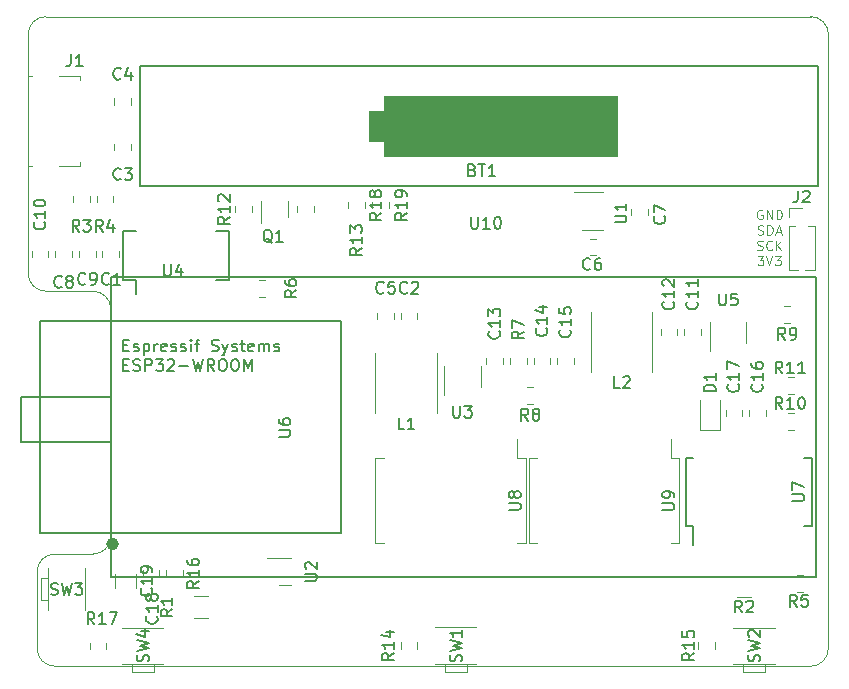
<source format=gbr>
%TF.GenerationSoftware,KiCad,Pcbnew,(5.1.0-0)*%
%TF.CreationDate,2019-05-07T01:35:09+02:00*%
%TF.ProjectId,VFD_Watch,5646445f-5761-4746-9368-2e6b69636164,rev?*%
%TF.SameCoordinates,Original*%
%TF.FileFunction,Legend,Top*%
%TF.FilePolarity,Positive*%
%FSLAX46Y46*%
G04 Gerber Fmt 4.6, Leading zero omitted, Abs format (unit mm)*
G04 Created by KiCad (PCBNEW (5.1.0-0)) date 2019-05-07 01:35:09*
%MOMM*%
%LPD*%
G04 APERTURE LIST*
%ADD10C,0.100000*%
%ADD11C,0.050000*%
%ADD12C,0.120000*%
%ADD13C,0.150000*%
%ADD14C,0.500000*%
G04 APERTURE END LIST*
D10*
X148890476Y-89400000D02*
X148814285Y-89361904D01*
X148700000Y-89361904D01*
X148585714Y-89400000D01*
X148509523Y-89476190D01*
X148471428Y-89552380D01*
X148433333Y-89704761D01*
X148433333Y-89819047D01*
X148471428Y-89971428D01*
X148509523Y-90047619D01*
X148585714Y-90123809D01*
X148700000Y-90161904D01*
X148776190Y-90161904D01*
X148890476Y-90123809D01*
X148928571Y-90085714D01*
X148928571Y-89819047D01*
X148776190Y-89819047D01*
X149271428Y-90161904D02*
X149271428Y-89361904D01*
X149728571Y-90161904D01*
X149728571Y-89361904D01*
X150109523Y-90161904D02*
X150109523Y-89361904D01*
X150300000Y-89361904D01*
X150414285Y-89400000D01*
X150490476Y-89476190D01*
X150528571Y-89552380D01*
X150566666Y-89704761D01*
X150566666Y-89819047D01*
X150528571Y-89971428D01*
X150490476Y-90047619D01*
X150414285Y-90123809D01*
X150300000Y-90161904D01*
X150109523Y-90161904D01*
X148528571Y-91423809D02*
X148642857Y-91461904D01*
X148833333Y-91461904D01*
X148909523Y-91423809D01*
X148947619Y-91385714D01*
X148985714Y-91309523D01*
X148985714Y-91233333D01*
X148947619Y-91157142D01*
X148909523Y-91119047D01*
X148833333Y-91080952D01*
X148680952Y-91042857D01*
X148604761Y-91004761D01*
X148566666Y-90966666D01*
X148528571Y-90890476D01*
X148528571Y-90814285D01*
X148566666Y-90738095D01*
X148604761Y-90700000D01*
X148680952Y-90661904D01*
X148871428Y-90661904D01*
X148985714Y-90700000D01*
X149328571Y-91461904D02*
X149328571Y-90661904D01*
X149519047Y-90661904D01*
X149633333Y-90700000D01*
X149709523Y-90776190D01*
X149747619Y-90852380D01*
X149785714Y-91004761D01*
X149785714Y-91119047D01*
X149747619Y-91271428D01*
X149709523Y-91347619D01*
X149633333Y-91423809D01*
X149519047Y-91461904D01*
X149328571Y-91461904D01*
X150090476Y-91233333D02*
X150471428Y-91233333D01*
X150014285Y-91461904D02*
X150280952Y-90661904D01*
X150547619Y-91461904D01*
X148471428Y-92723809D02*
X148585714Y-92761904D01*
X148776190Y-92761904D01*
X148852380Y-92723809D01*
X148890476Y-92685714D01*
X148928571Y-92609523D01*
X148928571Y-92533333D01*
X148890476Y-92457142D01*
X148852380Y-92419047D01*
X148776190Y-92380952D01*
X148623809Y-92342857D01*
X148547619Y-92304761D01*
X148509523Y-92266666D01*
X148471428Y-92190476D01*
X148471428Y-92114285D01*
X148509523Y-92038095D01*
X148547619Y-92000000D01*
X148623809Y-91961904D01*
X148814285Y-91961904D01*
X148928571Y-92000000D01*
X149728571Y-92685714D02*
X149690476Y-92723809D01*
X149576190Y-92761904D01*
X149500000Y-92761904D01*
X149385714Y-92723809D01*
X149309523Y-92647619D01*
X149271428Y-92571428D01*
X149233333Y-92419047D01*
X149233333Y-92304761D01*
X149271428Y-92152380D01*
X149309523Y-92076190D01*
X149385714Y-92000000D01*
X149500000Y-91961904D01*
X149576190Y-91961904D01*
X149690476Y-92000000D01*
X149728571Y-92038095D01*
X150071428Y-92761904D02*
X150071428Y-91961904D01*
X150528571Y-92761904D02*
X150185714Y-92304761D01*
X150528571Y-91961904D02*
X150071428Y-92419047D01*
X148509523Y-93261904D02*
X149004761Y-93261904D01*
X148738095Y-93566666D01*
X148852380Y-93566666D01*
X148928571Y-93604761D01*
X148966666Y-93642857D01*
X149004761Y-93719047D01*
X149004761Y-93909523D01*
X148966666Y-93985714D01*
X148928571Y-94023809D01*
X148852380Y-94061904D01*
X148623809Y-94061904D01*
X148547619Y-94023809D01*
X148509523Y-93985714D01*
X149233333Y-93261904D02*
X149500000Y-94061904D01*
X149766666Y-93261904D01*
X149957142Y-93261904D02*
X150452380Y-93261904D01*
X150185714Y-93566666D01*
X150300000Y-93566666D01*
X150376190Y-93604761D01*
X150414285Y-93642857D01*
X150452380Y-93719047D01*
X150452380Y-93909523D01*
X150414285Y-93985714D01*
X150376190Y-94023809D01*
X150300000Y-94061904D01*
X150071428Y-94061904D01*
X149995238Y-94023809D01*
X149957142Y-93985714D01*
D11*
X93750000Y-117000000D02*
G75*
G02X92250000Y-118500000I-1500000J0D01*
G01*
X92250000Y-96250000D02*
G75*
G02X93750000Y-97750000I0J-1500000D01*
G01*
X88250000Y-96250000D02*
G75*
G02X86750000Y-94750000I0J1500000D01*
G01*
X87500000Y-120000000D02*
G75*
G02X89000000Y-118500000I1500000J0D01*
G01*
X89000000Y-128000000D02*
G75*
G02X87500000Y-126500000I0J1500000D01*
G01*
X154500000Y-126500000D02*
G75*
G02X153000000Y-128000000I-1500000J0D01*
G01*
X153000000Y-73000000D02*
G75*
G02X154500000Y-74500000I0J-1500000D01*
G01*
X86750000Y-74500000D02*
G75*
G02X88250000Y-73000000I1500000J0D01*
G01*
X87500000Y-120000000D02*
X87500000Y-126500000D01*
X92250000Y-118500000D02*
X89000000Y-118500000D01*
X93750000Y-97750000D02*
X93750000Y-117000000D01*
X88250000Y-96250000D02*
X92250000Y-96250000D01*
X86750000Y-76750000D02*
X86750000Y-94750000D01*
X86750000Y-74500000D02*
X86750000Y-76750000D01*
X153000000Y-73000000D02*
X88250000Y-73000000D01*
X154500000Y-74500000D02*
X154500000Y-126500000D01*
X89000000Y-128000000D02*
X153000000Y-128000000D01*
D12*
X117296000Y-89237078D02*
X117296000Y-88719922D01*
X115876000Y-89237078D02*
X115876000Y-88719922D01*
X113844000Y-88719922D02*
X113844000Y-89237078D01*
X115264000Y-88719922D02*
X115264000Y-89237078D01*
X94086000Y-120171936D02*
X94086000Y-121376064D01*
X95906000Y-120171936D02*
X95906000Y-121376064D01*
D13*
X86150000Y-109020000D02*
X93770000Y-109020000D01*
X86150000Y-105210000D02*
X86150000Y-109020000D01*
X93770000Y-105210000D02*
X86150000Y-105210000D01*
X93770000Y-120450000D02*
X93770000Y-95050000D01*
X153460000Y-120450000D02*
X93770000Y-120450000D01*
X153460000Y-95050000D02*
X153460000Y-120450000D01*
X93770000Y-95050000D02*
X153460000Y-95050000D01*
D14*
X94179981Y-117656000D02*
G75*
G03X94179981Y-117656000I-283981J0D01*
G01*
D13*
X93750000Y-98750000D02*
X93750000Y-116750000D01*
X87750000Y-116750000D02*
X113250000Y-116750000D01*
X87750000Y-98750000D02*
X113250000Y-98750000D01*
X113250000Y-98750000D02*
X113250000Y-116750000D01*
X87750000Y-98750000D02*
X87750000Y-116750000D01*
D12*
X116140000Y-117610000D02*
X116860000Y-117610000D01*
X116140000Y-110390000D02*
X116140000Y-117610000D01*
X116860000Y-110390000D02*
X116140000Y-110390000D01*
X128860000Y-117610000D02*
X128140000Y-117610000D01*
X128860000Y-110390000D02*
X128860000Y-117610000D01*
X128140000Y-110390000D02*
X128860000Y-110390000D01*
X128140000Y-108775000D02*
X128140000Y-110390000D01*
D13*
X95885000Y-95325000D02*
X94775000Y-95325000D01*
X94775000Y-91175000D02*
X95885000Y-91175000D01*
X103725000Y-91175000D02*
X102615000Y-91175000D01*
X103725000Y-95325000D02*
X102615000Y-95325000D01*
X94775000Y-95325000D02*
X94775000Y-91175000D01*
X103725000Y-95325000D02*
X103725000Y-91175000D01*
X95885000Y-95325000D02*
X95885000Y-96450000D01*
D12*
X151140000Y-89220000D02*
X152250000Y-89220000D01*
X151140000Y-89980000D02*
X151140000Y-89220000D01*
X152813471Y-90740000D02*
X153360000Y-90740000D01*
X151140000Y-90740000D02*
X151686529Y-90740000D01*
X153360000Y-90740000D02*
X153360000Y-94485000D01*
X151140000Y-90740000D02*
X151140000Y-94485000D01*
X152557530Y-94485000D02*
X153360000Y-94485000D01*
X151140000Y-94485000D02*
X151942470Y-94485000D01*
X129140000Y-117610000D02*
X129860000Y-117610000D01*
X129140000Y-110390000D02*
X129140000Y-117610000D01*
X129860000Y-110390000D02*
X129140000Y-110390000D01*
X141860000Y-117610000D02*
X141140000Y-117610000D01*
X141860000Y-110390000D02*
X141860000Y-117610000D01*
X141140000Y-110390000D02*
X141860000Y-110390000D01*
X141140000Y-108775000D02*
X141140000Y-110390000D01*
D13*
X143000000Y-116125000D02*
X143000000Y-117725000D01*
X153075000Y-116125000D02*
X153075000Y-110375000D01*
X142425000Y-116125000D02*
X142425000Y-110375000D01*
X153075000Y-116125000D02*
X152425000Y-116125000D01*
X153075000Y-110375000D02*
X152425000Y-110375000D01*
X142425000Y-110375000D02*
X143075000Y-110375000D01*
X142425000Y-116125000D02*
X143000000Y-116125000D01*
D12*
X151803922Y-121710000D02*
X152321078Y-121710000D01*
X151803922Y-120290000D02*
X152321078Y-120290000D01*
X135400000Y-87890000D02*
X132950000Y-87890000D01*
X133600000Y-91110000D02*
X135400000Y-91110000D01*
X139600000Y-103100000D02*
X139600000Y-98000000D01*
X134400000Y-103100000D02*
X134400000Y-98000000D01*
X121350000Y-106600000D02*
X121350000Y-101500000D01*
X116150000Y-106600000D02*
X116150000Y-101500000D01*
D10*
G36*
X136565000Y-84790000D02*
G01*
X136565000Y-79710000D01*
X116880000Y-79710000D01*
X116880000Y-84790000D01*
X136565000Y-84790000D01*
G37*
X136565000Y-84790000D02*
X136565000Y-79710000D01*
X116880000Y-79710000D01*
X116880000Y-84790000D01*
X136565000Y-84790000D01*
G36*
X116880000Y-83520000D02*
G01*
X115610000Y-83520000D01*
X115610000Y-80980000D01*
X116880000Y-80980000D01*
X116880000Y-83520000D01*
G37*
X116880000Y-83520000D02*
X115610000Y-83520000D01*
X115610000Y-80980000D01*
X116880000Y-80980000D01*
X116880000Y-83520000D01*
D13*
X153583000Y-77170000D02*
X96179000Y-77170000D01*
X96179000Y-77170000D02*
X96179000Y-87330000D01*
X96179000Y-87330000D02*
X153583000Y-87330000D01*
X153583000Y-87330000D02*
X153583000Y-77170000D01*
D12*
X94460000Y-92803922D02*
X94460000Y-93321078D01*
X93040000Y-92803922D02*
X93040000Y-93321078D01*
X119710000Y-98571078D02*
X119710000Y-98053922D01*
X118290000Y-98571078D02*
X118290000Y-98053922D01*
X95460000Y-83803922D02*
X95460000Y-84321078D01*
X94040000Y-83803922D02*
X94040000Y-84321078D01*
X95460000Y-80446078D02*
X95460000Y-79928922D01*
X94040000Y-80446078D02*
X94040000Y-79928922D01*
X116290000Y-98571078D02*
X116290000Y-98053922D01*
X117710000Y-98571078D02*
X117710000Y-98053922D01*
X134303922Y-91790000D02*
X134821078Y-91790000D01*
X134303922Y-93210000D02*
X134821078Y-93210000D01*
X89040000Y-92803922D02*
X89040000Y-93321078D01*
X90460000Y-92803922D02*
X90460000Y-93321078D01*
X92460000Y-92803922D02*
X92460000Y-93321078D01*
X91040000Y-92803922D02*
X91040000Y-93321078D01*
X88460000Y-92803922D02*
X88460000Y-93321078D01*
X87040000Y-92803922D02*
X87040000Y-93321078D01*
X142290000Y-99428922D02*
X142290000Y-99946078D01*
X143710000Y-99428922D02*
X143710000Y-99946078D01*
X141710000Y-99428922D02*
X141710000Y-99946078D01*
X140290000Y-99428922D02*
X140290000Y-99946078D01*
X125540000Y-101928922D02*
X125540000Y-102446078D01*
X126960000Y-101928922D02*
X126960000Y-102446078D01*
X129540000Y-101928922D02*
X129540000Y-102446078D01*
X130960000Y-101928922D02*
X130960000Y-102446078D01*
X131540000Y-101928922D02*
X131540000Y-102446078D01*
X132960000Y-101928922D02*
X132960000Y-102446078D01*
X147790000Y-106821078D02*
X147790000Y-106303922D01*
X149210000Y-106821078D02*
X149210000Y-106303922D01*
X147210000Y-106821078D02*
X147210000Y-106303922D01*
X145790000Y-106821078D02*
X145790000Y-106303922D01*
X96434871Y-119885004D02*
X96434871Y-120402160D01*
X97854871Y-119885004D02*
X97854871Y-120402160D01*
X143650000Y-108000000D02*
X145350000Y-108000000D01*
X145350000Y-108000000D02*
X145350000Y-105450000D01*
X143650000Y-108000000D02*
X143650000Y-105450000D01*
X91160000Y-85650000D02*
X91160000Y-85270000D01*
X87110000Y-85650000D02*
X86850000Y-85650000D01*
X91160000Y-85650000D02*
X89390000Y-85650000D01*
X91160000Y-78030000D02*
X91160000Y-78410000D01*
X89390000Y-78030000D02*
X91160000Y-78030000D01*
X86850000Y-78030000D02*
X87110000Y-78030000D01*
X106440000Y-88600000D02*
X106440000Y-90500000D01*
X108760000Y-90000000D02*
X108760000Y-88600000D01*
X102002064Y-122090000D02*
X100797936Y-122090000D01*
X102002064Y-123910000D02*
X100797936Y-123910000D01*
X146747936Y-120340000D02*
X147952064Y-120340000D01*
X146747936Y-122160000D02*
X147952064Y-122160000D01*
X90540000Y-88696078D02*
X90540000Y-88178922D01*
X91960000Y-88696078D02*
X91960000Y-88178922D01*
X93960000Y-88696078D02*
X93960000Y-88178922D01*
X92540000Y-88696078D02*
X92540000Y-88178922D01*
X106303922Y-96710000D02*
X106821078Y-96710000D01*
X106303922Y-95290000D02*
X106821078Y-95290000D01*
X127540000Y-101928922D02*
X127540000Y-102446078D01*
X128960000Y-101928922D02*
X128960000Y-102446078D01*
X128991422Y-104352500D02*
X129508578Y-104352500D01*
X128991422Y-105772500D02*
X129508578Y-105772500D01*
X151258578Y-97540000D02*
X150741422Y-97540000D01*
X151258578Y-98960000D02*
X150741422Y-98960000D01*
X151053922Y-106540000D02*
X151571078Y-106540000D01*
X151053922Y-107960000D02*
X151571078Y-107960000D01*
X151571078Y-103540000D02*
X151053922Y-103540000D01*
X151571078Y-104960000D02*
X151053922Y-104960000D01*
X105710000Y-89571078D02*
X105710000Y-89053922D01*
X104290000Y-89571078D02*
X104290000Y-89053922D01*
X109540000Y-89571078D02*
X109540000Y-89053922D01*
X110960000Y-89571078D02*
X110960000Y-89053922D01*
X119710000Y-125991422D02*
X119710000Y-126508578D01*
X118290000Y-125991422D02*
X118290000Y-126508578D01*
X143477500Y-125991422D02*
X143477500Y-126508578D01*
X144897500Y-125991422D02*
X144897500Y-126508578D01*
X99819675Y-119885004D02*
X99819675Y-120402160D01*
X98399675Y-119885004D02*
X98399675Y-120402160D01*
X91944112Y-125995074D02*
X91944112Y-126512230D01*
X93364112Y-125995074D02*
X93364112Y-126512230D01*
X123900000Y-127800000D02*
X123900000Y-128450000D01*
X123900000Y-128450000D02*
X122000000Y-128450000D01*
X122000000Y-128450000D02*
X122000000Y-127800000D01*
X121200000Y-124700000D02*
X124700000Y-124700000D01*
X124700000Y-127800000D02*
X121200000Y-127800000D01*
X149950000Y-127830000D02*
X146450000Y-127830000D01*
X146450000Y-124730000D02*
X149950000Y-124730000D01*
X147250000Y-128480000D02*
X147250000Y-127830000D01*
X149150000Y-128480000D02*
X147250000Y-128480000D01*
X149150000Y-127830000D02*
X149150000Y-128480000D01*
X88450000Y-122400000D02*
X87800000Y-122400000D01*
X87800000Y-122400000D02*
X87800000Y-120500000D01*
X87800000Y-120500000D02*
X88450000Y-120500000D01*
X91550000Y-119700000D02*
X91550000Y-123200000D01*
X88450000Y-123200000D02*
X88450000Y-119700000D01*
X98200000Y-127830000D02*
X94700000Y-127830000D01*
X94700000Y-124730000D02*
X98200000Y-124730000D01*
X95500000Y-128480000D02*
X95500000Y-127830000D01*
X97400000Y-128480000D02*
X95500000Y-128480000D01*
X97400000Y-127830000D02*
X97400000Y-128480000D01*
X109000000Y-121120000D02*
X108000000Y-121120000D01*
X107000000Y-118880000D02*
X109000000Y-118880000D01*
X125060000Y-104380000D02*
X125060000Y-102620000D01*
X121990000Y-102620000D02*
X121990000Y-105050000D01*
X147560000Y-100630000D02*
X147560000Y-98870000D01*
X144490000Y-98870000D02*
X144490000Y-101300000D01*
X137790000Y-89821078D02*
X137790000Y-89303922D01*
X139210000Y-89821078D02*
X139210000Y-89303922D01*
D13*
X118816380Y-89621357D02*
X118340190Y-89954690D01*
X118816380Y-90192785D02*
X117816380Y-90192785D01*
X117816380Y-89811833D01*
X117864000Y-89716595D01*
X117911619Y-89668976D01*
X118006857Y-89621357D01*
X118149714Y-89621357D01*
X118244952Y-89668976D01*
X118292571Y-89716595D01*
X118340190Y-89811833D01*
X118340190Y-90192785D01*
X118816380Y-88668976D02*
X118816380Y-89240404D01*
X118816380Y-88954690D02*
X117816380Y-88954690D01*
X117959238Y-89049928D01*
X118054476Y-89145166D01*
X118102095Y-89240404D01*
X118816380Y-88192785D02*
X118816380Y-88002309D01*
X118768761Y-87907071D01*
X118721142Y-87859452D01*
X118578285Y-87764214D01*
X118387809Y-87716595D01*
X118006857Y-87716595D01*
X117911619Y-87764214D01*
X117864000Y-87811833D01*
X117816380Y-87907071D01*
X117816380Y-88097547D01*
X117864000Y-88192785D01*
X117911619Y-88240404D01*
X118006857Y-88288023D01*
X118244952Y-88288023D01*
X118340190Y-88240404D01*
X118387809Y-88192785D01*
X118435428Y-88097547D01*
X118435428Y-87907071D01*
X118387809Y-87811833D01*
X118340190Y-87764214D01*
X118244952Y-87716595D01*
X116656380Y-89621357D02*
X116180190Y-89954690D01*
X116656380Y-90192785D02*
X115656380Y-90192785D01*
X115656380Y-89811833D01*
X115704000Y-89716595D01*
X115751619Y-89668976D01*
X115846857Y-89621357D01*
X115989714Y-89621357D01*
X116084952Y-89668976D01*
X116132571Y-89716595D01*
X116180190Y-89811833D01*
X116180190Y-90192785D01*
X116656380Y-88668976D02*
X116656380Y-89240404D01*
X116656380Y-88954690D02*
X115656380Y-88954690D01*
X115799238Y-89049928D01*
X115894476Y-89145166D01*
X115942095Y-89240404D01*
X116084952Y-88097547D02*
X116037333Y-88192785D01*
X115989714Y-88240404D01*
X115894476Y-88288023D01*
X115846857Y-88288023D01*
X115751619Y-88240404D01*
X115704000Y-88192785D01*
X115656380Y-88097547D01*
X115656380Y-87907071D01*
X115704000Y-87811833D01*
X115751619Y-87764214D01*
X115846857Y-87716595D01*
X115894476Y-87716595D01*
X115989714Y-87764214D01*
X116037333Y-87811833D01*
X116084952Y-87907071D01*
X116084952Y-88097547D01*
X116132571Y-88192785D01*
X116180190Y-88240404D01*
X116275428Y-88288023D01*
X116465904Y-88288023D01*
X116561142Y-88240404D01*
X116608761Y-88192785D01*
X116656380Y-88097547D01*
X116656380Y-87907071D01*
X116608761Y-87811833D01*
X116561142Y-87764214D01*
X116465904Y-87716595D01*
X116275428Y-87716595D01*
X116180190Y-87764214D01*
X116132571Y-87811833D01*
X116084952Y-87907071D01*
X97173142Y-121416857D02*
X97220761Y-121464476D01*
X97268380Y-121607333D01*
X97268380Y-121702571D01*
X97220761Y-121845428D01*
X97125523Y-121940666D01*
X97030285Y-121988285D01*
X96839809Y-122035904D01*
X96696952Y-122035904D01*
X96506476Y-121988285D01*
X96411238Y-121940666D01*
X96316000Y-121845428D01*
X96268380Y-121702571D01*
X96268380Y-121607333D01*
X96316000Y-121464476D01*
X96363619Y-121416857D01*
X97268380Y-120464476D02*
X97268380Y-121035904D01*
X97268380Y-120750190D02*
X96268380Y-120750190D01*
X96411238Y-120845428D01*
X96506476Y-120940666D01*
X96554095Y-121035904D01*
X97268380Y-119988285D02*
X97268380Y-119797809D01*
X97220761Y-119702571D01*
X97173142Y-119654952D01*
X97030285Y-119559714D01*
X96839809Y-119512095D01*
X96458857Y-119512095D01*
X96363619Y-119559714D01*
X96316000Y-119607333D01*
X96268380Y-119702571D01*
X96268380Y-119893047D01*
X96316000Y-119988285D01*
X96363619Y-120035904D01*
X96458857Y-120083523D01*
X96696952Y-120083523D01*
X96792190Y-120035904D01*
X96839809Y-119988285D01*
X96887428Y-119893047D01*
X96887428Y-119702571D01*
X96839809Y-119607333D01*
X96792190Y-119559714D01*
X96696952Y-119512095D01*
X124261904Y-89952380D02*
X124261904Y-90761904D01*
X124309523Y-90857142D01*
X124357142Y-90904761D01*
X124452380Y-90952380D01*
X124642857Y-90952380D01*
X124738095Y-90904761D01*
X124785714Y-90857142D01*
X124833333Y-90761904D01*
X124833333Y-89952380D01*
X125833333Y-90952380D02*
X125261904Y-90952380D01*
X125547619Y-90952380D02*
X125547619Y-89952380D01*
X125452380Y-90095238D01*
X125357142Y-90190476D01*
X125261904Y-90238095D01*
X126452380Y-89952380D02*
X126547619Y-89952380D01*
X126642857Y-90000000D01*
X126690476Y-90047619D01*
X126738095Y-90142857D01*
X126785714Y-90333333D01*
X126785714Y-90571428D01*
X126738095Y-90761904D01*
X126690476Y-90857142D01*
X126642857Y-90904761D01*
X126547619Y-90952380D01*
X126452380Y-90952380D01*
X126357142Y-90904761D01*
X126309523Y-90857142D01*
X126261904Y-90761904D01*
X126214285Y-90571428D01*
X126214285Y-90333333D01*
X126261904Y-90142857D01*
X126309523Y-90047619D01*
X126357142Y-90000000D01*
X126452380Y-89952380D01*
X107952380Y-108561904D02*
X108761904Y-108561904D01*
X108857142Y-108514285D01*
X108904761Y-108466666D01*
X108952380Y-108371428D01*
X108952380Y-108180952D01*
X108904761Y-108085714D01*
X108857142Y-108038095D01*
X108761904Y-107990476D01*
X107952380Y-107990476D01*
X107952380Y-107085714D02*
X107952380Y-107276190D01*
X108000000Y-107371428D01*
X108047619Y-107419047D01*
X108190476Y-107514285D01*
X108380952Y-107561904D01*
X108761904Y-107561904D01*
X108857142Y-107514285D01*
X108904761Y-107466666D01*
X108952380Y-107371428D01*
X108952380Y-107180952D01*
X108904761Y-107085714D01*
X108857142Y-107038095D01*
X108761904Y-106990476D01*
X108523809Y-106990476D01*
X108428571Y-107038095D01*
X108380952Y-107085714D01*
X108333333Y-107180952D01*
X108333333Y-107371428D01*
X108380952Y-107466666D01*
X108428571Y-107514285D01*
X108523809Y-107561904D01*
X94817571Y-100820571D02*
X95150904Y-100820571D01*
X95293761Y-101344380D02*
X94817571Y-101344380D01*
X94817571Y-100344380D01*
X95293761Y-100344380D01*
X95674714Y-101296761D02*
X95769952Y-101344380D01*
X95960428Y-101344380D01*
X96055666Y-101296761D01*
X96103285Y-101201523D01*
X96103285Y-101153904D01*
X96055666Y-101058666D01*
X95960428Y-101011047D01*
X95817571Y-101011047D01*
X95722333Y-100963428D01*
X95674714Y-100868190D01*
X95674714Y-100820571D01*
X95722333Y-100725333D01*
X95817571Y-100677714D01*
X95960428Y-100677714D01*
X96055666Y-100725333D01*
X96531857Y-100677714D02*
X96531857Y-101677714D01*
X96531857Y-100725333D02*
X96627095Y-100677714D01*
X96817571Y-100677714D01*
X96912809Y-100725333D01*
X96960428Y-100772952D01*
X97008047Y-100868190D01*
X97008047Y-101153904D01*
X96960428Y-101249142D01*
X96912809Y-101296761D01*
X96817571Y-101344380D01*
X96627095Y-101344380D01*
X96531857Y-101296761D01*
X97436619Y-101344380D02*
X97436619Y-100677714D01*
X97436619Y-100868190D02*
X97484238Y-100772952D01*
X97531857Y-100725333D01*
X97627095Y-100677714D01*
X97722333Y-100677714D01*
X98436619Y-101296761D02*
X98341380Y-101344380D01*
X98150904Y-101344380D01*
X98055666Y-101296761D01*
X98008047Y-101201523D01*
X98008047Y-100820571D01*
X98055666Y-100725333D01*
X98150904Y-100677714D01*
X98341380Y-100677714D01*
X98436619Y-100725333D01*
X98484238Y-100820571D01*
X98484238Y-100915809D01*
X98008047Y-101011047D01*
X98865190Y-101296761D02*
X98960428Y-101344380D01*
X99150904Y-101344380D01*
X99246142Y-101296761D01*
X99293761Y-101201523D01*
X99293761Y-101153904D01*
X99246142Y-101058666D01*
X99150904Y-101011047D01*
X99008047Y-101011047D01*
X98912809Y-100963428D01*
X98865190Y-100868190D01*
X98865190Y-100820571D01*
X98912809Y-100725333D01*
X99008047Y-100677714D01*
X99150904Y-100677714D01*
X99246142Y-100725333D01*
X99674714Y-101296761D02*
X99769952Y-101344380D01*
X99960428Y-101344380D01*
X100055666Y-101296761D01*
X100103285Y-101201523D01*
X100103285Y-101153904D01*
X100055666Y-101058666D01*
X99960428Y-101011047D01*
X99817571Y-101011047D01*
X99722333Y-100963428D01*
X99674714Y-100868190D01*
X99674714Y-100820571D01*
X99722333Y-100725333D01*
X99817571Y-100677714D01*
X99960428Y-100677714D01*
X100055666Y-100725333D01*
X100531857Y-101344380D02*
X100531857Y-100677714D01*
X100531857Y-100344380D02*
X100484238Y-100392000D01*
X100531857Y-100439619D01*
X100579476Y-100392000D01*
X100531857Y-100344380D01*
X100531857Y-100439619D01*
X100865190Y-100677714D02*
X101246142Y-100677714D01*
X101008047Y-101344380D02*
X101008047Y-100487238D01*
X101055666Y-100392000D01*
X101150904Y-100344380D01*
X101246142Y-100344380D01*
X102293761Y-101296761D02*
X102436619Y-101344380D01*
X102674714Y-101344380D01*
X102769952Y-101296761D01*
X102817571Y-101249142D01*
X102865190Y-101153904D01*
X102865190Y-101058666D01*
X102817571Y-100963428D01*
X102769952Y-100915809D01*
X102674714Y-100868190D01*
X102484238Y-100820571D01*
X102389000Y-100772952D01*
X102341380Y-100725333D01*
X102293761Y-100630095D01*
X102293761Y-100534857D01*
X102341380Y-100439619D01*
X102389000Y-100392000D01*
X102484238Y-100344380D01*
X102722333Y-100344380D01*
X102865190Y-100392000D01*
X103198523Y-100677714D02*
X103436619Y-101344380D01*
X103674714Y-100677714D02*
X103436619Y-101344380D01*
X103341380Y-101582476D01*
X103293761Y-101630095D01*
X103198523Y-101677714D01*
X104008047Y-101296761D02*
X104103285Y-101344380D01*
X104293761Y-101344380D01*
X104389000Y-101296761D01*
X104436619Y-101201523D01*
X104436619Y-101153904D01*
X104389000Y-101058666D01*
X104293761Y-101011047D01*
X104150904Y-101011047D01*
X104055666Y-100963428D01*
X104008047Y-100868190D01*
X104008047Y-100820571D01*
X104055666Y-100725333D01*
X104150904Y-100677714D01*
X104293761Y-100677714D01*
X104389000Y-100725333D01*
X104722333Y-100677714D02*
X105103285Y-100677714D01*
X104865190Y-100344380D02*
X104865190Y-101201523D01*
X104912809Y-101296761D01*
X105008047Y-101344380D01*
X105103285Y-101344380D01*
X105817571Y-101296761D02*
X105722333Y-101344380D01*
X105531857Y-101344380D01*
X105436619Y-101296761D01*
X105389000Y-101201523D01*
X105389000Y-100820571D01*
X105436619Y-100725333D01*
X105531857Y-100677714D01*
X105722333Y-100677714D01*
X105817571Y-100725333D01*
X105865190Y-100820571D01*
X105865190Y-100915809D01*
X105389000Y-101011047D01*
X106293761Y-101344380D02*
X106293761Y-100677714D01*
X106293761Y-100772952D02*
X106341380Y-100725333D01*
X106436619Y-100677714D01*
X106579476Y-100677714D01*
X106674714Y-100725333D01*
X106722333Y-100820571D01*
X106722333Y-101344380D01*
X106722333Y-100820571D02*
X106769952Y-100725333D01*
X106865190Y-100677714D01*
X107008047Y-100677714D01*
X107103285Y-100725333D01*
X107150904Y-100820571D01*
X107150904Y-101344380D01*
X107579476Y-101296761D02*
X107674714Y-101344380D01*
X107865190Y-101344380D01*
X107960428Y-101296761D01*
X108008047Y-101201523D01*
X108008047Y-101153904D01*
X107960428Y-101058666D01*
X107865190Y-101011047D01*
X107722333Y-101011047D01*
X107627095Y-100963428D01*
X107579476Y-100868190D01*
X107579476Y-100820571D01*
X107627095Y-100725333D01*
X107722333Y-100677714D01*
X107865190Y-100677714D01*
X107960428Y-100725333D01*
X94793619Y-102471571D02*
X95126952Y-102471571D01*
X95269809Y-102995380D02*
X94793619Y-102995380D01*
X94793619Y-101995380D01*
X95269809Y-101995380D01*
X95650761Y-102947761D02*
X95793619Y-102995380D01*
X96031714Y-102995380D01*
X96126952Y-102947761D01*
X96174571Y-102900142D01*
X96222190Y-102804904D01*
X96222190Y-102709666D01*
X96174571Y-102614428D01*
X96126952Y-102566809D01*
X96031714Y-102519190D01*
X95841238Y-102471571D01*
X95746000Y-102423952D01*
X95698380Y-102376333D01*
X95650761Y-102281095D01*
X95650761Y-102185857D01*
X95698380Y-102090619D01*
X95746000Y-102043000D01*
X95841238Y-101995380D01*
X96079333Y-101995380D01*
X96222190Y-102043000D01*
X96650761Y-102995380D02*
X96650761Y-101995380D01*
X97031714Y-101995380D01*
X97126952Y-102043000D01*
X97174571Y-102090619D01*
X97222190Y-102185857D01*
X97222190Y-102328714D01*
X97174571Y-102423952D01*
X97126952Y-102471571D01*
X97031714Y-102519190D01*
X96650761Y-102519190D01*
X97555523Y-101995380D02*
X98174571Y-101995380D01*
X97841238Y-102376333D01*
X97984095Y-102376333D01*
X98079333Y-102423952D01*
X98126952Y-102471571D01*
X98174571Y-102566809D01*
X98174571Y-102804904D01*
X98126952Y-102900142D01*
X98079333Y-102947761D01*
X97984095Y-102995380D01*
X97698380Y-102995380D01*
X97603142Y-102947761D01*
X97555523Y-102900142D01*
X98555523Y-102090619D02*
X98603142Y-102043000D01*
X98698380Y-101995380D01*
X98936476Y-101995380D01*
X99031714Y-102043000D01*
X99079333Y-102090619D01*
X99126952Y-102185857D01*
X99126952Y-102281095D01*
X99079333Y-102423952D01*
X98507904Y-102995380D01*
X99126952Y-102995380D01*
X99555523Y-102614428D02*
X100317428Y-102614428D01*
X100698380Y-101995380D02*
X100936476Y-102995380D01*
X101126952Y-102281095D01*
X101317428Y-102995380D01*
X101555523Y-101995380D01*
X102507904Y-102995380D02*
X102174571Y-102519190D01*
X101936476Y-102995380D02*
X101936476Y-101995380D01*
X102317428Y-101995380D01*
X102412666Y-102043000D01*
X102460285Y-102090619D01*
X102507904Y-102185857D01*
X102507904Y-102328714D01*
X102460285Y-102423952D01*
X102412666Y-102471571D01*
X102317428Y-102519190D01*
X101936476Y-102519190D01*
X103126952Y-101995380D02*
X103317428Y-101995380D01*
X103412666Y-102043000D01*
X103507904Y-102138238D01*
X103555523Y-102328714D01*
X103555523Y-102662047D01*
X103507904Y-102852523D01*
X103412666Y-102947761D01*
X103317428Y-102995380D01*
X103126952Y-102995380D01*
X103031714Y-102947761D01*
X102936476Y-102852523D01*
X102888857Y-102662047D01*
X102888857Y-102328714D01*
X102936476Y-102138238D01*
X103031714Y-102043000D01*
X103126952Y-101995380D01*
X104174571Y-101995380D02*
X104365047Y-101995380D01*
X104460285Y-102043000D01*
X104555523Y-102138238D01*
X104603142Y-102328714D01*
X104603142Y-102662047D01*
X104555523Y-102852523D01*
X104460285Y-102947761D01*
X104365047Y-102995380D01*
X104174571Y-102995380D01*
X104079333Y-102947761D01*
X103984095Y-102852523D01*
X103936476Y-102662047D01*
X103936476Y-102328714D01*
X103984095Y-102138238D01*
X104079333Y-102043000D01*
X104174571Y-101995380D01*
X105031714Y-102995380D02*
X105031714Y-101995380D01*
X105365047Y-102709666D01*
X105698380Y-101995380D01*
X105698380Y-102995380D01*
X127452380Y-114761904D02*
X128261904Y-114761904D01*
X128357142Y-114714285D01*
X128404761Y-114666666D01*
X128452380Y-114571428D01*
X128452380Y-114380952D01*
X128404761Y-114285714D01*
X128357142Y-114238095D01*
X128261904Y-114190476D01*
X127452380Y-114190476D01*
X127880952Y-113571428D02*
X127833333Y-113666666D01*
X127785714Y-113714285D01*
X127690476Y-113761904D01*
X127642857Y-113761904D01*
X127547619Y-113714285D01*
X127500000Y-113666666D01*
X127452380Y-113571428D01*
X127452380Y-113380952D01*
X127500000Y-113285714D01*
X127547619Y-113238095D01*
X127642857Y-113190476D01*
X127690476Y-113190476D01*
X127785714Y-113238095D01*
X127833333Y-113285714D01*
X127880952Y-113380952D01*
X127880952Y-113571428D01*
X127928571Y-113666666D01*
X127976190Y-113714285D01*
X128071428Y-113761904D01*
X128261904Y-113761904D01*
X128357142Y-113714285D01*
X128404761Y-113666666D01*
X128452380Y-113571428D01*
X128452380Y-113380952D01*
X128404761Y-113285714D01*
X128357142Y-113238095D01*
X128261904Y-113190476D01*
X128071428Y-113190476D01*
X127976190Y-113238095D01*
X127928571Y-113285714D01*
X127880952Y-113380952D01*
X98238095Y-93952380D02*
X98238095Y-94761904D01*
X98285714Y-94857142D01*
X98333333Y-94904761D01*
X98428571Y-94952380D01*
X98619047Y-94952380D01*
X98714285Y-94904761D01*
X98761904Y-94857142D01*
X98809523Y-94761904D01*
X98809523Y-93952380D01*
X99714285Y-94285714D02*
X99714285Y-94952380D01*
X99476190Y-93904761D02*
X99238095Y-94619047D01*
X99857142Y-94619047D01*
X151916666Y-87737380D02*
X151916666Y-88451666D01*
X151869047Y-88594523D01*
X151773809Y-88689761D01*
X151630952Y-88737380D01*
X151535714Y-88737380D01*
X152345238Y-87832619D02*
X152392857Y-87785000D01*
X152488095Y-87737380D01*
X152726190Y-87737380D01*
X152821428Y-87785000D01*
X152869047Y-87832619D01*
X152916666Y-87927857D01*
X152916666Y-88023095D01*
X152869047Y-88165952D01*
X152297619Y-88737380D01*
X152916666Y-88737380D01*
X140452380Y-114761904D02*
X141261904Y-114761904D01*
X141357142Y-114714285D01*
X141404761Y-114666666D01*
X141452380Y-114571428D01*
X141452380Y-114380952D01*
X141404761Y-114285714D01*
X141357142Y-114238095D01*
X141261904Y-114190476D01*
X140452380Y-114190476D01*
X141452380Y-113666666D02*
X141452380Y-113476190D01*
X141404761Y-113380952D01*
X141357142Y-113333333D01*
X141214285Y-113238095D01*
X141023809Y-113190476D01*
X140642857Y-113190476D01*
X140547619Y-113238095D01*
X140500000Y-113285714D01*
X140452380Y-113380952D01*
X140452380Y-113571428D01*
X140500000Y-113666666D01*
X140547619Y-113714285D01*
X140642857Y-113761904D01*
X140880952Y-113761904D01*
X140976190Y-113714285D01*
X141023809Y-113666666D01*
X141071428Y-113571428D01*
X141071428Y-113380952D01*
X141023809Y-113285714D01*
X140976190Y-113238095D01*
X140880952Y-113190476D01*
X151452380Y-114011904D02*
X152261904Y-114011904D01*
X152357142Y-113964285D01*
X152404761Y-113916666D01*
X152452380Y-113821428D01*
X152452380Y-113630952D01*
X152404761Y-113535714D01*
X152357142Y-113488095D01*
X152261904Y-113440476D01*
X151452380Y-113440476D01*
X151452380Y-113059523D02*
X151452380Y-112392857D01*
X152452380Y-112821428D01*
X151833333Y-122952380D02*
X151500000Y-122476190D01*
X151261904Y-122952380D02*
X151261904Y-121952380D01*
X151642857Y-121952380D01*
X151738095Y-122000000D01*
X151785714Y-122047619D01*
X151833333Y-122142857D01*
X151833333Y-122285714D01*
X151785714Y-122380952D01*
X151738095Y-122428571D01*
X151642857Y-122476190D01*
X151261904Y-122476190D01*
X152738095Y-121952380D02*
X152261904Y-121952380D01*
X152214285Y-122428571D01*
X152261904Y-122380952D01*
X152357142Y-122333333D01*
X152595238Y-122333333D01*
X152690476Y-122380952D01*
X152738095Y-122428571D01*
X152785714Y-122523809D01*
X152785714Y-122761904D01*
X152738095Y-122857142D01*
X152690476Y-122904761D01*
X152595238Y-122952380D01*
X152357142Y-122952380D01*
X152261904Y-122904761D01*
X152214285Y-122857142D01*
X136402380Y-90411904D02*
X137211904Y-90411904D01*
X137307142Y-90364285D01*
X137354761Y-90316666D01*
X137402380Y-90221428D01*
X137402380Y-90030952D01*
X137354761Y-89935714D01*
X137307142Y-89888095D01*
X137211904Y-89840476D01*
X136402380Y-89840476D01*
X137402380Y-88840476D02*
X137402380Y-89411904D01*
X137402380Y-89126190D02*
X136402380Y-89126190D01*
X136545238Y-89221428D01*
X136640476Y-89316666D01*
X136688095Y-89411904D01*
X136833333Y-104452380D02*
X136357142Y-104452380D01*
X136357142Y-103452380D01*
X137119047Y-103547619D02*
X137166666Y-103500000D01*
X137261904Y-103452380D01*
X137500000Y-103452380D01*
X137595238Y-103500000D01*
X137642857Y-103547619D01*
X137690476Y-103642857D01*
X137690476Y-103738095D01*
X137642857Y-103880952D01*
X137071428Y-104452380D01*
X137690476Y-104452380D01*
X118583333Y-107952380D02*
X118107142Y-107952380D01*
X118107142Y-106952380D01*
X119440476Y-107952380D02*
X118869047Y-107952380D01*
X119154761Y-107952380D02*
X119154761Y-106952380D01*
X119059523Y-107095238D01*
X118964285Y-107190476D01*
X118869047Y-107238095D01*
X124349285Y-85988571D02*
X124492142Y-86036190D01*
X124539761Y-86083809D01*
X124587380Y-86179047D01*
X124587380Y-86321904D01*
X124539761Y-86417142D01*
X124492142Y-86464761D01*
X124396904Y-86512380D01*
X124015952Y-86512380D01*
X124015952Y-85512380D01*
X124349285Y-85512380D01*
X124444523Y-85560000D01*
X124492142Y-85607619D01*
X124539761Y-85702857D01*
X124539761Y-85798095D01*
X124492142Y-85893333D01*
X124444523Y-85940952D01*
X124349285Y-85988571D01*
X124015952Y-85988571D01*
X124873095Y-85512380D02*
X125444523Y-85512380D01*
X125158809Y-86512380D02*
X125158809Y-85512380D01*
X126301666Y-86512380D02*
X125730238Y-86512380D01*
X126015952Y-86512380D02*
X126015952Y-85512380D01*
X125920714Y-85655238D01*
X125825476Y-85750476D01*
X125730238Y-85798095D01*
X93583333Y-95607142D02*
X93535714Y-95654761D01*
X93392857Y-95702380D01*
X93297619Y-95702380D01*
X93154761Y-95654761D01*
X93059523Y-95559523D01*
X93011904Y-95464285D01*
X92964285Y-95273809D01*
X92964285Y-95130952D01*
X93011904Y-94940476D01*
X93059523Y-94845238D01*
X93154761Y-94750000D01*
X93297619Y-94702380D01*
X93392857Y-94702380D01*
X93535714Y-94750000D01*
X93583333Y-94797619D01*
X94535714Y-95702380D02*
X93964285Y-95702380D01*
X94250000Y-95702380D02*
X94250000Y-94702380D01*
X94154761Y-94845238D01*
X94059523Y-94940476D01*
X93964285Y-94988095D01*
X118833333Y-96357142D02*
X118785714Y-96404761D01*
X118642857Y-96452380D01*
X118547619Y-96452380D01*
X118404761Y-96404761D01*
X118309523Y-96309523D01*
X118261904Y-96214285D01*
X118214285Y-96023809D01*
X118214285Y-95880952D01*
X118261904Y-95690476D01*
X118309523Y-95595238D01*
X118404761Y-95500000D01*
X118547619Y-95452380D01*
X118642857Y-95452380D01*
X118785714Y-95500000D01*
X118833333Y-95547619D01*
X119214285Y-95547619D02*
X119261904Y-95500000D01*
X119357142Y-95452380D01*
X119595238Y-95452380D01*
X119690476Y-95500000D01*
X119738095Y-95547619D01*
X119785714Y-95642857D01*
X119785714Y-95738095D01*
X119738095Y-95880952D01*
X119166666Y-96452380D01*
X119785714Y-96452380D01*
X94583333Y-86732142D02*
X94535714Y-86779761D01*
X94392857Y-86827380D01*
X94297619Y-86827380D01*
X94154761Y-86779761D01*
X94059523Y-86684523D01*
X94011904Y-86589285D01*
X93964285Y-86398809D01*
X93964285Y-86255952D01*
X94011904Y-86065476D01*
X94059523Y-85970238D01*
X94154761Y-85875000D01*
X94297619Y-85827380D01*
X94392857Y-85827380D01*
X94535714Y-85875000D01*
X94583333Y-85922619D01*
X94916666Y-85827380D02*
X95535714Y-85827380D01*
X95202380Y-86208333D01*
X95345238Y-86208333D01*
X95440476Y-86255952D01*
X95488095Y-86303571D01*
X95535714Y-86398809D01*
X95535714Y-86636904D01*
X95488095Y-86732142D01*
X95440476Y-86779761D01*
X95345238Y-86827380D01*
X95059523Y-86827380D01*
X94964285Y-86779761D01*
X94916666Y-86732142D01*
X94583333Y-78232142D02*
X94535714Y-78279761D01*
X94392857Y-78327380D01*
X94297619Y-78327380D01*
X94154761Y-78279761D01*
X94059523Y-78184523D01*
X94011904Y-78089285D01*
X93964285Y-77898809D01*
X93964285Y-77755952D01*
X94011904Y-77565476D01*
X94059523Y-77470238D01*
X94154761Y-77375000D01*
X94297619Y-77327380D01*
X94392857Y-77327380D01*
X94535714Y-77375000D01*
X94583333Y-77422619D01*
X95440476Y-77660714D02*
X95440476Y-78327380D01*
X95202380Y-77279761D02*
X94964285Y-77994047D01*
X95583333Y-77994047D01*
X116833333Y-96357142D02*
X116785714Y-96404761D01*
X116642857Y-96452380D01*
X116547619Y-96452380D01*
X116404761Y-96404761D01*
X116309523Y-96309523D01*
X116261904Y-96214285D01*
X116214285Y-96023809D01*
X116214285Y-95880952D01*
X116261904Y-95690476D01*
X116309523Y-95595238D01*
X116404761Y-95500000D01*
X116547619Y-95452380D01*
X116642857Y-95452380D01*
X116785714Y-95500000D01*
X116833333Y-95547619D01*
X117738095Y-95452380D02*
X117261904Y-95452380D01*
X117214285Y-95928571D01*
X117261904Y-95880952D01*
X117357142Y-95833333D01*
X117595238Y-95833333D01*
X117690476Y-95880952D01*
X117738095Y-95928571D01*
X117785714Y-96023809D01*
X117785714Y-96261904D01*
X117738095Y-96357142D01*
X117690476Y-96404761D01*
X117595238Y-96452380D01*
X117357142Y-96452380D01*
X117261904Y-96404761D01*
X117214285Y-96357142D01*
X134333333Y-94357142D02*
X134285714Y-94404761D01*
X134142857Y-94452380D01*
X134047619Y-94452380D01*
X133904761Y-94404761D01*
X133809523Y-94309523D01*
X133761904Y-94214285D01*
X133714285Y-94023809D01*
X133714285Y-93880952D01*
X133761904Y-93690476D01*
X133809523Y-93595238D01*
X133904761Y-93500000D01*
X134047619Y-93452380D01*
X134142857Y-93452380D01*
X134285714Y-93500000D01*
X134333333Y-93547619D01*
X135190476Y-93452380D02*
X135000000Y-93452380D01*
X134904761Y-93500000D01*
X134857142Y-93547619D01*
X134761904Y-93690476D01*
X134714285Y-93880952D01*
X134714285Y-94261904D01*
X134761904Y-94357142D01*
X134809523Y-94404761D01*
X134904761Y-94452380D01*
X135095238Y-94452380D01*
X135190476Y-94404761D01*
X135238095Y-94357142D01*
X135285714Y-94261904D01*
X135285714Y-94023809D01*
X135238095Y-93928571D01*
X135190476Y-93880952D01*
X135095238Y-93833333D01*
X134904761Y-93833333D01*
X134809523Y-93880952D01*
X134761904Y-93928571D01*
X134714285Y-94023809D01*
X89583333Y-95857142D02*
X89535714Y-95904761D01*
X89392857Y-95952380D01*
X89297619Y-95952380D01*
X89154761Y-95904761D01*
X89059523Y-95809523D01*
X89011904Y-95714285D01*
X88964285Y-95523809D01*
X88964285Y-95380952D01*
X89011904Y-95190476D01*
X89059523Y-95095238D01*
X89154761Y-95000000D01*
X89297619Y-94952380D01*
X89392857Y-94952380D01*
X89535714Y-95000000D01*
X89583333Y-95047619D01*
X90154761Y-95380952D02*
X90059523Y-95333333D01*
X90011904Y-95285714D01*
X89964285Y-95190476D01*
X89964285Y-95142857D01*
X90011904Y-95047619D01*
X90059523Y-95000000D01*
X90154761Y-94952380D01*
X90345238Y-94952380D01*
X90440476Y-95000000D01*
X90488095Y-95047619D01*
X90535714Y-95142857D01*
X90535714Y-95190476D01*
X90488095Y-95285714D01*
X90440476Y-95333333D01*
X90345238Y-95380952D01*
X90154761Y-95380952D01*
X90059523Y-95428571D01*
X90011904Y-95476190D01*
X89964285Y-95571428D01*
X89964285Y-95761904D01*
X90011904Y-95857142D01*
X90059523Y-95904761D01*
X90154761Y-95952380D01*
X90345238Y-95952380D01*
X90440476Y-95904761D01*
X90488095Y-95857142D01*
X90535714Y-95761904D01*
X90535714Y-95571428D01*
X90488095Y-95476190D01*
X90440476Y-95428571D01*
X90345238Y-95380952D01*
X91583333Y-95607142D02*
X91535714Y-95654761D01*
X91392857Y-95702380D01*
X91297619Y-95702380D01*
X91154761Y-95654761D01*
X91059523Y-95559523D01*
X91011904Y-95464285D01*
X90964285Y-95273809D01*
X90964285Y-95130952D01*
X91011904Y-94940476D01*
X91059523Y-94845238D01*
X91154761Y-94750000D01*
X91297619Y-94702380D01*
X91392857Y-94702380D01*
X91535714Y-94750000D01*
X91583333Y-94797619D01*
X92059523Y-95702380D02*
X92250000Y-95702380D01*
X92345238Y-95654761D01*
X92392857Y-95607142D01*
X92488095Y-95464285D01*
X92535714Y-95273809D01*
X92535714Y-94892857D01*
X92488095Y-94797619D01*
X92440476Y-94750000D01*
X92345238Y-94702380D01*
X92154761Y-94702380D01*
X92059523Y-94750000D01*
X92011904Y-94797619D01*
X91964285Y-94892857D01*
X91964285Y-95130952D01*
X92011904Y-95226190D01*
X92059523Y-95273809D01*
X92154761Y-95321428D01*
X92345238Y-95321428D01*
X92440476Y-95273809D01*
X92488095Y-95226190D01*
X92535714Y-95130952D01*
X88107142Y-90392857D02*
X88154761Y-90440476D01*
X88202380Y-90583333D01*
X88202380Y-90678571D01*
X88154761Y-90821428D01*
X88059523Y-90916666D01*
X87964285Y-90964285D01*
X87773809Y-91011904D01*
X87630952Y-91011904D01*
X87440476Y-90964285D01*
X87345238Y-90916666D01*
X87250000Y-90821428D01*
X87202380Y-90678571D01*
X87202380Y-90583333D01*
X87250000Y-90440476D01*
X87297619Y-90392857D01*
X88202380Y-89440476D02*
X88202380Y-90011904D01*
X88202380Y-89726190D02*
X87202380Y-89726190D01*
X87345238Y-89821428D01*
X87440476Y-89916666D01*
X87488095Y-90011904D01*
X87202380Y-88821428D02*
X87202380Y-88726190D01*
X87250000Y-88630952D01*
X87297619Y-88583333D01*
X87392857Y-88535714D01*
X87583333Y-88488095D01*
X87821428Y-88488095D01*
X88011904Y-88535714D01*
X88107142Y-88583333D01*
X88154761Y-88630952D01*
X88202380Y-88726190D01*
X88202380Y-88821428D01*
X88154761Y-88916666D01*
X88107142Y-88964285D01*
X88011904Y-89011904D01*
X87821428Y-89059523D01*
X87583333Y-89059523D01*
X87392857Y-89011904D01*
X87297619Y-88964285D01*
X87250000Y-88916666D01*
X87202380Y-88821428D01*
X143357142Y-97142857D02*
X143404761Y-97190476D01*
X143452380Y-97333333D01*
X143452380Y-97428571D01*
X143404761Y-97571428D01*
X143309523Y-97666666D01*
X143214285Y-97714285D01*
X143023809Y-97761904D01*
X142880952Y-97761904D01*
X142690476Y-97714285D01*
X142595238Y-97666666D01*
X142500000Y-97571428D01*
X142452380Y-97428571D01*
X142452380Y-97333333D01*
X142500000Y-97190476D01*
X142547619Y-97142857D01*
X143452380Y-96190476D02*
X143452380Y-96761904D01*
X143452380Y-96476190D02*
X142452380Y-96476190D01*
X142595238Y-96571428D01*
X142690476Y-96666666D01*
X142738095Y-96761904D01*
X143452380Y-95238095D02*
X143452380Y-95809523D01*
X143452380Y-95523809D02*
X142452380Y-95523809D01*
X142595238Y-95619047D01*
X142690476Y-95714285D01*
X142738095Y-95809523D01*
X141357142Y-97142857D02*
X141404761Y-97190476D01*
X141452380Y-97333333D01*
X141452380Y-97428571D01*
X141404761Y-97571428D01*
X141309523Y-97666666D01*
X141214285Y-97714285D01*
X141023809Y-97761904D01*
X140880952Y-97761904D01*
X140690476Y-97714285D01*
X140595238Y-97666666D01*
X140500000Y-97571428D01*
X140452380Y-97428571D01*
X140452380Y-97333333D01*
X140500000Y-97190476D01*
X140547619Y-97142857D01*
X141452380Y-96190476D02*
X141452380Y-96761904D01*
X141452380Y-96476190D02*
X140452380Y-96476190D01*
X140595238Y-96571428D01*
X140690476Y-96666666D01*
X140738095Y-96761904D01*
X140547619Y-95809523D02*
X140500000Y-95761904D01*
X140452380Y-95666666D01*
X140452380Y-95428571D01*
X140500000Y-95333333D01*
X140547619Y-95285714D01*
X140642857Y-95238095D01*
X140738095Y-95238095D01*
X140880952Y-95285714D01*
X141452380Y-95857142D01*
X141452380Y-95238095D01*
X126607142Y-99642857D02*
X126654761Y-99690476D01*
X126702380Y-99833333D01*
X126702380Y-99928571D01*
X126654761Y-100071428D01*
X126559523Y-100166666D01*
X126464285Y-100214285D01*
X126273809Y-100261904D01*
X126130952Y-100261904D01*
X125940476Y-100214285D01*
X125845238Y-100166666D01*
X125750000Y-100071428D01*
X125702380Y-99928571D01*
X125702380Y-99833333D01*
X125750000Y-99690476D01*
X125797619Y-99642857D01*
X126702380Y-98690476D02*
X126702380Y-99261904D01*
X126702380Y-98976190D02*
X125702380Y-98976190D01*
X125845238Y-99071428D01*
X125940476Y-99166666D01*
X125988095Y-99261904D01*
X125702380Y-98357142D02*
X125702380Y-97738095D01*
X126083333Y-98071428D01*
X126083333Y-97928571D01*
X126130952Y-97833333D01*
X126178571Y-97785714D01*
X126273809Y-97738095D01*
X126511904Y-97738095D01*
X126607142Y-97785714D01*
X126654761Y-97833333D01*
X126702380Y-97928571D01*
X126702380Y-98214285D01*
X126654761Y-98309523D01*
X126607142Y-98357142D01*
X130607142Y-99392857D02*
X130654761Y-99440476D01*
X130702380Y-99583333D01*
X130702380Y-99678571D01*
X130654761Y-99821428D01*
X130559523Y-99916666D01*
X130464285Y-99964285D01*
X130273809Y-100011904D01*
X130130952Y-100011904D01*
X129940476Y-99964285D01*
X129845238Y-99916666D01*
X129750000Y-99821428D01*
X129702380Y-99678571D01*
X129702380Y-99583333D01*
X129750000Y-99440476D01*
X129797619Y-99392857D01*
X130702380Y-98440476D02*
X130702380Y-99011904D01*
X130702380Y-98726190D02*
X129702380Y-98726190D01*
X129845238Y-98821428D01*
X129940476Y-98916666D01*
X129988095Y-99011904D01*
X130035714Y-97583333D02*
X130702380Y-97583333D01*
X129654761Y-97821428D02*
X130369047Y-98059523D01*
X130369047Y-97440476D01*
X132607142Y-99517857D02*
X132654761Y-99565476D01*
X132702380Y-99708333D01*
X132702380Y-99803571D01*
X132654761Y-99946428D01*
X132559523Y-100041666D01*
X132464285Y-100089285D01*
X132273809Y-100136904D01*
X132130952Y-100136904D01*
X131940476Y-100089285D01*
X131845238Y-100041666D01*
X131750000Y-99946428D01*
X131702380Y-99803571D01*
X131702380Y-99708333D01*
X131750000Y-99565476D01*
X131797619Y-99517857D01*
X132702380Y-98565476D02*
X132702380Y-99136904D01*
X132702380Y-98851190D02*
X131702380Y-98851190D01*
X131845238Y-98946428D01*
X131940476Y-99041666D01*
X131988095Y-99136904D01*
X131702380Y-97660714D02*
X131702380Y-98136904D01*
X132178571Y-98184523D01*
X132130952Y-98136904D01*
X132083333Y-98041666D01*
X132083333Y-97803571D01*
X132130952Y-97708333D01*
X132178571Y-97660714D01*
X132273809Y-97613095D01*
X132511904Y-97613095D01*
X132607142Y-97660714D01*
X132654761Y-97708333D01*
X132702380Y-97803571D01*
X132702380Y-98041666D01*
X132654761Y-98136904D01*
X132607142Y-98184523D01*
X148857142Y-104142857D02*
X148904761Y-104190476D01*
X148952380Y-104333333D01*
X148952380Y-104428571D01*
X148904761Y-104571428D01*
X148809523Y-104666666D01*
X148714285Y-104714285D01*
X148523809Y-104761904D01*
X148380952Y-104761904D01*
X148190476Y-104714285D01*
X148095238Y-104666666D01*
X148000000Y-104571428D01*
X147952380Y-104428571D01*
X147952380Y-104333333D01*
X148000000Y-104190476D01*
X148047619Y-104142857D01*
X148952380Y-103190476D02*
X148952380Y-103761904D01*
X148952380Y-103476190D02*
X147952380Y-103476190D01*
X148095238Y-103571428D01*
X148190476Y-103666666D01*
X148238095Y-103761904D01*
X147952380Y-102333333D02*
X147952380Y-102523809D01*
X148000000Y-102619047D01*
X148047619Y-102666666D01*
X148190476Y-102761904D01*
X148380952Y-102809523D01*
X148761904Y-102809523D01*
X148857142Y-102761904D01*
X148904761Y-102714285D01*
X148952380Y-102619047D01*
X148952380Y-102428571D01*
X148904761Y-102333333D01*
X148857142Y-102285714D01*
X148761904Y-102238095D01*
X148523809Y-102238095D01*
X148428571Y-102285714D01*
X148380952Y-102333333D01*
X148333333Y-102428571D01*
X148333333Y-102619047D01*
X148380952Y-102714285D01*
X148428571Y-102761904D01*
X148523809Y-102809523D01*
X146857142Y-104142857D02*
X146904761Y-104190476D01*
X146952380Y-104333333D01*
X146952380Y-104428571D01*
X146904761Y-104571428D01*
X146809523Y-104666666D01*
X146714285Y-104714285D01*
X146523809Y-104761904D01*
X146380952Y-104761904D01*
X146190476Y-104714285D01*
X146095238Y-104666666D01*
X146000000Y-104571428D01*
X145952380Y-104428571D01*
X145952380Y-104333333D01*
X146000000Y-104190476D01*
X146047619Y-104142857D01*
X146952380Y-103190476D02*
X146952380Y-103761904D01*
X146952380Y-103476190D02*
X145952380Y-103476190D01*
X146095238Y-103571428D01*
X146190476Y-103666666D01*
X146238095Y-103761904D01*
X145952380Y-102857142D02*
X145952380Y-102190476D01*
X146952380Y-102619047D01*
X97616150Y-123775004D02*
X97663769Y-123822623D01*
X97711388Y-123965480D01*
X97711388Y-124060718D01*
X97663769Y-124203575D01*
X97568531Y-124298813D01*
X97473293Y-124346432D01*
X97282817Y-124394051D01*
X97139960Y-124394051D01*
X96949484Y-124346432D01*
X96854246Y-124298813D01*
X96759008Y-124203575D01*
X96711388Y-124060718D01*
X96711388Y-123965480D01*
X96759008Y-123822623D01*
X96806627Y-123775004D01*
X97711388Y-122822623D02*
X97711388Y-123394051D01*
X97711388Y-123108337D02*
X96711388Y-123108337D01*
X96854246Y-123203575D01*
X96949484Y-123298813D01*
X96997103Y-123394051D01*
X97139960Y-122251194D02*
X97092341Y-122346432D01*
X97044722Y-122394051D01*
X96949484Y-122441670D01*
X96901865Y-122441670D01*
X96806627Y-122394051D01*
X96759008Y-122346432D01*
X96711388Y-122251194D01*
X96711388Y-122060718D01*
X96759008Y-121965480D01*
X96806627Y-121917861D01*
X96901865Y-121870242D01*
X96949484Y-121870242D01*
X97044722Y-121917861D01*
X97092341Y-121965480D01*
X97139960Y-122060718D01*
X97139960Y-122251194D01*
X97187579Y-122346432D01*
X97235198Y-122394051D01*
X97330436Y-122441670D01*
X97520912Y-122441670D01*
X97616150Y-122394051D01*
X97663769Y-122346432D01*
X97711388Y-122251194D01*
X97711388Y-122060718D01*
X97663769Y-121965480D01*
X97616150Y-121917861D01*
X97520912Y-121870242D01*
X97330436Y-121870242D01*
X97235198Y-121917861D01*
X97187579Y-121965480D01*
X97139960Y-122060718D01*
X144952380Y-104738095D02*
X143952380Y-104738095D01*
X143952380Y-104500000D01*
X144000000Y-104357142D01*
X144095238Y-104261904D01*
X144190476Y-104214285D01*
X144380952Y-104166666D01*
X144523809Y-104166666D01*
X144714285Y-104214285D01*
X144809523Y-104261904D01*
X144904761Y-104357142D01*
X144952380Y-104500000D01*
X144952380Y-104738095D01*
X144952380Y-103214285D02*
X144952380Y-103785714D01*
X144952380Y-103500000D02*
X143952380Y-103500000D01*
X144095238Y-103595238D01*
X144190476Y-103690476D01*
X144238095Y-103785714D01*
X90366666Y-76202380D02*
X90366666Y-76916666D01*
X90319047Y-77059523D01*
X90223809Y-77154761D01*
X90080952Y-77202380D01*
X89985714Y-77202380D01*
X91366666Y-77202380D02*
X90795238Y-77202380D01*
X91080952Y-77202380D02*
X91080952Y-76202380D01*
X90985714Y-76345238D01*
X90890476Y-76440476D01*
X90795238Y-76488095D01*
X107404761Y-92147619D02*
X107309523Y-92100000D01*
X107214285Y-92004761D01*
X107071428Y-91861904D01*
X106976190Y-91814285D01*
X106880952Y-91814285D01*
X106928571Y-92052380D02*
X106833333Y-92004761D01*
X106738095Y-91909523D01*
X106690476Y-91719047D01*
X106690476Y-91385714D01*
X106738095Y-91195238D01*
X106833333Y-91100000D01*
X106928571Y-91052380D01*
X107119047Y-91052380D01*
X107214285Y-91100000D01*
X107309523Y-91195238D01*
X107357142Y-91385714D01*
X107357142Y-91719047D01*
X107309523Y-91909523D01*
X107214285Y-92004761D01*
X107119047Y-92052380D01*
X106928571Y-92052380D01*
X108309523Y-92052380D02*
X107738095Y-92052380D01*
X108023809Y-92052380D02*
X108023809Y-91052380D01*
X107928571Y-91195238D01*
X107833333Y-91290476D01*
X107738095Y-91338095D01*
X98952380Y-123166666D02*
X98476190Y-123500000D01*
X98952380Y-123738095D02*
X97952380Y-123738095D01*
X97952380Y-123357142D01*
X98000000Y-123261904D01*
X98047619Y-123214285D01*
X98142857Y-123166666D01*
X98285714Y-123166666D01*
X98380952Y-123214285D01*
X98428571Y-123261904D01*
X98476190Y-123357142D01*
X98476190Y-123738095D01*
X98952380Y-122214285D02*
X98952380Y-122785714D01*
X98952380Y-122500000D02*
X97952380Y-122500000D01*
X98095238Y-122595238D01*
X98190476Y-122690476D01*
X98238095Y-122785714D01*
X147183333Y-123452380D02*
X146850000Y-122976190D01*
X146611904Y-123452380D02*
X146611904Y-122452380D01*
X146992857Y-122452380D01*
X147088095Y-122500000D01*
X147135714Y-122547619D01*
X147183333Y-122642857D01*
X147183333Y-122785714D01*
X147135714Y-122880952D01*
X147088095Y-122928571D01*
X146992857Y-122976190D01*
X146611904Y-122976190D01*
X147564285Y-122547619D02*
X147611904Y-122500000D01*
X147707142Y-122452380D01*
X147945238Y-122452380D01*
X148040476Y-122500000D01*
X148088095Y-122547619D01*
X148135714Y-122642857D01*
X148135714Y-122738095D01*
X148088095Y-122880952D01*
X147516666Y-123452380D01*
X148135714Y-123452380D01*
X91083333Y-91202380D02*
X90750000Y-90726190D01*
X90511904Y-91202380D02*
X90511904Y-90202380D01*
X90892857Y-90202380D01*
X90988095Y-90250000D01*
X91035714Y-90297619D01*
X91083333Y-90392857D01*
X91083333Y-90535714D01*
X91035714Y-90630952D01*
X90988095Y-90678571D01*
X90892857Y-90726190D01*
X90511904Y-90726190D01*
X91416666Y-90202380D02*
X92035714Y-90202380D01*
X91702380Y-90583333D01*
X91845238Y-90583333D01*
X91940476Y-90630952D01*
X91988095Y-90678571D01*
X92035714Y-90773809D01*
X92035714Y-91011904D01*
X91988095Y-91107142D01*
X91940476Y-91154761D01*
X91845238Y-91202380D01*
X91559523Y-91202380D01*
X91464285Y-91154761D01*
X91416666Y-91107142D01*
X93083333Y-91202380D02*
X92750000Y-90726190D01*
X92511904Y-91202380D02*
X92511904Y-90202380D01*
X92892857Y-90202380D01*
X92988095Y-90250000D01*
X93035714Y-90297619D01*
X93083333Y-90392857D01*
X93083333Y-90535714D01*
X93035714Y-90630952D01*
X92988095Y-90678571D01*
X92892857Y-90726190D01*
X92511904Y-90726190D01*
X93940476Y-90535714D02*
X93940476Y-91202380D01*
X93702380Y-90154761D02*
X93464285Y-90869047D01*
X94083333Y-90869047D01*
X109452380Y-96166666D02*
X108976190Y-96500000D01*
X109452380Y-96738095D02*
X108452380Y-96738095D01*
X108452380Y-96357142D01*
X108500000Y-96261904D01*
X108547619Y-96214285D01*
X108642857Y-96166666D01*
X108785714Y-96166666D01*
X108880952Y-96214285D01*
X108928571Y-96261904D01*
X108976190Y-96357142D01*
X108976190Y-96738095D01*
X108452380Y-95309523D02*
X108452380Y-95500000D01*
X108500000Y-95595238D01*
X108547619Y-95642857D01*
X108690476Y-95738095D01*
X108880952Y-95785714D01*
X109261904Y-95785714D01*
X109357142Y-95738095D01*
X109404761Y-95690476D01*
X109452380Y-95595238D01*
X109452380Y-95404761D01*
X109404761Y-95309523D01*
X109357142Y-95261904D01*
X109261904Y-95214285D01*
X109023809Y-95214285D01*
X108928571Y-95261904D01*
X108880952Y-95309523D01*
X108833333Y-95404761D01*
X108833333Y-95595238D01*
X108880952Y-95690476D01*
X108928571Y-95738095D01*
X109023809Y-95785714D01*
X128702380Y-99666666D02*
X128226190Y-100000000D01*
X128702380Y-100238095D02*
X127702380Y-100238095D01*
X127702380Y-99857142D01*
X127750000Y-99761904D01*
X127797619Y-99714285D01*
X127892857Y-99666666D01*
X128035714Y-99666666D01*
X128130952Y-99714285D01*
X128178571Y-99761904D01*
X128226190Y-99857142D01*
X128226190Y-100238095D01*
X127702380Y-99333333D02*
X127702380Y-98666666D01*
X128702380Y-99095238D01*
X129083333Y-107202380D02*
X128750000Y-106726190D01*
X128511904Y-107202380D02*
X128511904Y-106202380D01*
X128892857Y-106202380D01*
X128988095Y-106250000D01*
X129035714Y-106297619D01*
X129083333Y-106392857D01*
X129083333Y-106535714D01*
X129035714Y-106630952D01*
X128988095Y-106678571D01*
X128892857Y-106726190D01*
X128511904Y-106726190D01*
X129654761Y-106630952D02*
X129559523Y-106583333D01*
X129511904Y-106535714D01*
X129464285Y-106440476D01*
X129464285Y-106392857D01*
X129511904Y-106297619D01*
X129559523Y-106250000D01*
X129654761Y-106202380D01*
X129845238Y-106202380D01*
X129940476Y-106250000D01*
X129988095Y-106297619D01*
X130035714Y-106392857D01*
X130035714Y-106440476D01*
X129988095Y-106535714D01*
X129940476Y-106583333D01*
X129845238Y-106630952D01*
X129654761Y-106630952D01*
X129559523Y-106678571D01*
X129511904Y-106726190D01*
X129464285Y-106821428D01*
X129464285Y-107011904D01*
X129511904Y-107107142D01*
X129559523Y-107154761D01*
X129654761Y-107202380D01*
X129845238Y-107202380D01*
X129940476Y-107154761D01*
X129988095Y-107107142D01*
X130035714Y-107011904D01*
X130035714Y-106821428D01*
X129988095Y-106726190D01*
X129940476Y-106678571D01*
X129845238Y-106630952D01*
X150833333Y-100352380D02*
X150500000Y-99876190D01*
X150261904Y-100352380D02*
X150261904Y-99352380D01*
X150642857Y-99352380D01*
X150738095Y-99400000D01*
X150785714Y-99447619D01*
X150833333Y-99542857D01*
X150833333Y-99685714D01*
X150785714Y-99780952D01*
X150738095Y-99828571D01*
X150642857Y-99876190D01*
X150261904Y-99876190D01*
X151309523Y-100352380D02*
X151500000Y-100352380D01*
X151595238Y-100304761D01*
X151642857Y-100257142D01*
X151738095Y-100114285D01*
X151785714Y-99923809D01*
X151785714Y-99542857D01*
X151738095Y-99447619D01*
X151690476Y-99400000D01*
X151595238Y-99352380D01*
X151404761Y-99352380D01*
X151309523Y-99400000D01*
X151261904Y-99447619D01*
X151214285Y-99542857D01*
X151214285Y-99780952D01*
X151261904Y-99876190D01*
X151309523Y-99923809D01*
X151404761Y-99971428D01*
X151595238Y-99971428D01*
X151690476Y-99923809D01*
X151738095Y-99876190D01*
X151785714Y-99780952D01*
X150607142Y-106202380D02*
X150273809Y-105726190D01*
X150035714Y-106202380D02*
X150035714Y-105202380D01*
X150416666Y-105202380D01*
X150511904Y-105250000D01*
X150559523Y-105297619D01*
X150607142Y-105392857D01*
X150607142Y-105535714D01*
X150559523Y-105630952D01*
X150511904Y-105678571D01*
X150416666Y-105726190D01*
X150035714Y-105726190D01*
X151559523Y-106202380D02*
X150988095Y-106202380D01*
X151273809Y-106202380D02*
X151273809Y-105202380D01*
X151178571Y-105345238D01*
X151083333Y-105440476D01*
X150988095Y-105488095D01*
X152178571Y-105202380D02*
X152273809Y-105202380D01*
X152369047Y-105250000D01*
X152416666Y-105297619D01*
X152464285Y-105392857D01*
X152511904Y-105583333D01*
X152511904Y-105821428D01*
X152464285Y-106011904D01*
X152416666Y-106107142D01*
X152369047Y-106154761D01*
X152273809Y-106202380D01*
X152178571Y-106202380D01*
X152083333Y-106154761D01*
X152035714Y-106107142D01*
X151988095Y-106011904D01*
X151940476Y-105821428D01*
X151940476Y-105583333D01*
X151988095Y-105392857D01*
X152035714Y-105297619D01*
X152083333Y-105250000D01*
X152178571Y-105202380D01*
X150607142Y-103202380D02*
X150273809Y-102726190D01*
X150035714Y-103202380D02*
X150035714Y-102202380D01*
X150416666Y-102202380D01*
X150511904Y-102250000D01*
X150559523Y-102297619D01*
X150607142Y-102392857D01*
X150607142Y-102535714D01*
X150559523Y-102630952D01*
X150511904Y-102678571D01*
X150416666Y-102726190D01*
X150035714Y-102726190D01*
X151559523Y-103202380D02*
X150988095Y-103202380D01*
X151273809Y-103202380D02*
X151273809Y-102202380D01*
X151178571Y-102345238D01*
X151083333Y-102440476D01*
X150988095Y-102488095D01*
X152511904Y-103202380D02*
X151940476Y-103202380D01*
X152226190Y-103202380D02*
X152226190Y-102202380D01*
X152130952Y-102345238D01*
X152035714Y-102440476D01*
X151940476Y-102488095D01*
X103802380Y-89955357D02*
X103326190Y-90288690D01*
X103802380Y-90526785D02*
X102802380Y-90526785D01*
X102802380Y-90145833D01*
X102850000Y-90050595D01*
X102897619Y-90002976D01*
X102992857Y-89955357D01*
X103135714Y-89955357D01*
X103230952Y-90002976D01*
X103278571Y-90050595D01*
X103326190Y-90145833D01*
X103326190Y-90526785D01*
X103802380Y-89002976D02*
X103802380Y-89574404D01*
X103802380Y-89288690D02*
X102802380Y-89288690D01*
X102945238Y-89383928D01*
X103040476Y-89479166D01*
X103088095Y-89574404D01*
X102897619Y-88622023D02*
X102850000Y-88574404D01*
X102802380Y-88479166D01*
X102802380Y-88241071D01*
X102850000Y-88145833D01*
X102897619Y-88098214D01*
X102992857Y-88050595D01*
X103088095Y-88050595D01*
X103230952Y-88098214D01*
X103802380Y-88669642D01*
X103802380Y-88050595D01*
X115006380Y-92590857D02*
X114530190Y-92924190D01*
X115006380Y-93162285D02*
X114006380Y-93162285D01*
X114006380Y-92781333D01*
X114054000Y-92686095D01*
X114101619Y-92638476D01*
X114196857Y-92590857D01*
X114339714Y-92590857D01*
X114434952Y-92638476D01*
X114482571Y-92686095D01*
X114530190Y-92781333D01*
X114530190Y-93162285D01*
X115006380Y-91638476D02*
X115006380Y-92209904D01*
X115006380Y-91924190D02*
X114006380Y-91924190D01*
X114149238Y-92019428D01*
X114244476Y-92114666D01*
X114292095Y-92209904D01*
X114006380Y-91305142D02*
X114006380Y-90686095D01*
X114387333Y-91019428D01*
X114387333Y-90876571D01*
X114434952Y-90781333D01*
X114482571Y-90733714D01*
X114577809Y-90686095D01*
X114815904Y-90686095D01*
X114911142Y-90733714D01*
X114958761Y-90781333D01*
X115006380Y-90876571D01*
X115006380Y-91162285D01*
X114958761Y-91257523D01*
X114911142Y-91305142D01*
X117702380Y-126892857D02*
X117226190Y-127226190D01*
X117702380Y-127464285D02*
X116702380Y-127464285D01*
X116702380Y-127083333D01*
X116750000Y-126988095D01*
X116797619Y-126940476D01*
X116892857Y-126892857D01*
X117035714Y-126892857D01*
X117130952Y-126940476D01*
X117178571Y-126988095D01*
X117226190Y-127083333D01*
X117226190Y-127464285D01*
X117702380Y-125940476D02*
X117702380Y-126511904D01*
X117702380Y-126226190D02*
X116702380Y-126226190D01*
X116845238Y-126321428D01*
X116940476Y-126416666D01*
X116988095Y-126511904D01*
X117035714Y-125083333D02*
X117702380Y-125083333D01*
X116654761Y-125321428D02*
X117369047Y-125559523D01*
X117369047Y-124940476D01*
X143139880Y-126892857D02*
X142663690Y-127226190D01*
X143139880Y-127464285D02*
X142139880Y-127464285D01*
X142139880Y-127083333D01*
X142187500Y-126988095D01*
X142235119Y-126940476D01*
X142330357Y-126892857D01*
X142473214Y-126892857D01*
X142568452Y-126940476D01*
X142616071Y-126988095D01*
X142663690Y-127083333D01*
X142663690Y-127464285D01*
X143139880Y-125940476D02*
X143139880Y-126511904D01*
X143139880Y-126226190D02*
X142139880Y-126226190D01*
X142282738Y-126321428D01*
X142377976Y-126416666D01*
X142425595Y-126511904D01*
X142139880Y-125035714D02*
X142139880Y-125511904D01*
X142616071Y-125559523D01*
X142568452Y-125511904D01*
X142520833Y-125416666D01*
X142520833Y-125178571D01*
X142568452Y-125083333D01*
X142616071Y-125035714D01*
X142711309Y-124988095D01*
X142949404Y-124988095D01*
X143044642Y-125035714D01*
X143092261Y-125083333D01*
X143139880Y-125178571D01*
X143139880Y-125416666D01*
X143092261Y-125511904D01*
X143044642Y-125559523D01*
X101212055Y-120786439D02*
X100735865Y-121119772D01*
X101212055Y-121357867D02*
X100212055Y-121357867D01*
X100212055Y-120976915D01*
X100259675Y-120881677D01*
X100307294Y-120834058D01*
X100402532Y-120786439D01*
X100545389Y-120786439D01*
X100640627Y-120834058D01*
X100688246Y-120881677D01*
X100735865Y-120976915D01*
X100735865Y-121357867D01*
X101212055Y-119834058D02*
X101212055Y-120405486D01*
X101212055Y-120119772D02*
X100212055Y-120119772D01*
X100354913Y-120215010D01*
X100450151Y-120310248D01*
X100497770Y-120405486D01*
X100212055Y-118976915D02*
X100212055Y-119167391D01*
X100259675Y-119262629D01*
X100307294Y-119310248D01*
X100450151Y-119405486D01*
X100640627Y-119453105D01*
X101021579Y-119453105D01*
X101116817Y-119405486D01*
X101164436Y-119357867D01*
X101212055Y-119262629D01*
X101212055Y-119072153D01*
X101164436Y-118976915D01*
X101116817Y-118929296D01*
X101021579Y-118881677D01*
X100783484Y-118881677D01*
X100688246Y-118929296D01*
X100640627Y-118976915D01*
X100593008Y-119072153D01*
X100593008Y-119262629D01*
X100640627Y-119357867D01*
X100688246Y-119405486D01*
X100783484Y-119453105D01*
X92357142Y-124452380D02*
X92023809Y-123976190D01*
X91785714Y-124452380D02*
X91785714Y-123452380D01*
X92166666Y-123452380D01*
X92261904Y-123500000D01*
X92309523Y-123547619D01*
X92357142Y-123642857D01*
X92357142Y-123785714D01*
X92309523Y-123880952D01*
X92261904Y-123928571D01*
X92166666Y-123976190D01*
X91785714Y-123976190D01*
X93309523Y-124452380D02*
X92738095Y-124452380D01*
X93023809Y-124452380D02*
X93023809Y-123452380D01*
X92928571Y-123595238D01*
X92833333Y-123690476D01*
X92738095Y-123738095D01*
X93642857Y-123452380D02*
X94309523Y-123452380D01*
X93880952Y-124452380D01*
X123404761Y-127583333D02*
X123452380Y-127440476D01*
X123452380Y-127202380D01*
X123404761Y-127107142D01*
X123357142Y-127059523D01*
X123261904Y-127011904D01*
X123166666Y-127011904D01*
X123071428Y-127059523D01*
X123023809Y-127107142D01*
X122976190Y-127202380D01*
X122928571Y-127392857D01*
X122880952Y-127488095D01*
X122833333Y-127535714D01*
X122738095Y-127583333D01*
X122642857Y-127583333D01*
X122547619Y-127535714D01*
X122500000Y-127488095D01*
X122452380Y-127392857D01*
X122452380Y-127154761D01*
X122500000Y-127011904D01*
X122452380Y-126678571D02*
X123452380Y-126440476D01*
X122738095Y-126250000D01*
X123452380Y-126059523D01*
X122452380Y-125821428D01*
X123452380Y-124916666D02*
X123452380Y-125488095D01*
X123452380Y-125202380D02*
X122452380Y-125202380D01*
X122595238Y-125297619D01*
X122690476Y-125392857D01*
X122738095Y-125488095D01*
X148654761Y-127583333D02*
X148702380Y-127440476D01*
X148702380Y-127202380D01*
X148654761Y-127107142D01*
X148607142Y-127059523D01*
X148511904Y-127011904D01*
X148416666Y-127011904D01*
X148321428Y-127059523D01*
X148273809Y-127107142D01*
X148226190Y-127202380D01*
X148178571Y-127392857D01*
X148130952Y-127488095D01*
X148083333Y-127535714D01*
X147988095Y-127583333D01*
X147892857Y-127583333D01*
X147797619Y-127535714D01*
X147750000Y-127488095D01*
X147702380Y-127392857D01*
X147702380Y-127154761D01*
X147750000Y-127011904D01*
X147702380Y-126678571D02*
X148702380Y-126440476D01*
X147988095Y-126250000D01*
X148702380Y-126059523D01*
X147702380Y-125821428D01*
X147797619Y-125488095D02*
X147750000Y-125440476D01*
X147702380Y-125345238D01*
X147702380Y-125107142D01*
X147750000Y-125011904D01*
X147797619Y-124964285D01*
X147892857Y-124916666D01*
X147988095Y-124916666D01*
X148130952Y-124964285D01*
X148702380Y-125535714D01*
X148702380Y-124916666D01*
X88666666Y-121904761D02*
X88809523Y-121952380D01*
X89047619Y-121952380D01*
X89142857Y-121904761D01*
X89190476Y-121857142D01*
X89238095Y-121761904D01*
X89238095Y-121666666D01*
X89190476Y-121571428D01*
X89142857Y-121523809D01*
X89047619Y-121476190D01*
X88857142Y-121428571D01*
X88761904Y-121380952D01*
X88714285Y-121333333D01*
X88666666Y-121238095D01*
X88666666Y-121142857D01*
X88714285Y-121047619D01*
X88761904Y-121000000D01*
X88857142Y-120952380D01*
X89095238Y-120952380D01*
X89238095Y-121000000D01*
X89571428Y-120952380D02*
X89809523Y-121952380D01*
X90000000Y-121238095D01*
X90190476Y-121952380D01*
X90428571Y-120952380D01*
X90714285Y-120952380D02*
X91333333Y-120952380D01*
X91000000Y-121333333D01*
X91142857Y-121333333D01*
X91238095Y-121380952D01*
X91285714Y-121428571D01*
X91333333Y-121523809D01*
X91333333Y-121761904D01*
X91285714Y-121857142D01*
X91238095Y-121904761D01*
X91142857Y-121952380D01*
X90857142Y-121952380D01*
X90761904Y-121904761D01*
X90714285Y-121857142D01*
X96904761Y-127583333D02*
X96952380Y-127440476D01*
X96952380Y-127202380D01*
X96904761Y-127107142D01*
X96857142Y-127059523D01*
X96761904Y-127011904D01*
X96666666Y-127011904D01*
X96571428Y-127059523D01*
X96523809Y-127107142D01*
X96476190Y-127202380D01*
X96428571Y-127392857D01*
X96380952Y-127488095D01*
X96333333Y-127535714D01*
X96238095Y-127583333D01*
X96142857Y-127583333D01*
X96047619Y-127535714D01*
X96000000Y-127488095D01*
X95952380Y-127392857D01*
X95952380Y-127154761D01*
X96000000Y-127011904D01*
X95952380Y-126678571D02*
X96952380Y-126440476D01*
X96238095Y-126250000D01*
X96952380Y-126059523D01*
X95952380Y-125821428D01*
X96285714Y-125011904D02*
X96952380Y-125011904D01*
X95904761Y-125250000D02*
X96619047Y-125488095D01*
X96619047Y-124869047D01*
X110202380Y-120761904D02*
X111011904Y-120761904D01*
X111107142Y-120714285D01*
X111154761Y-120666666D01*
X111202380Y-120571428D01*
X111202380Y-120380952D01*
X111154761Y-120285714D01*
X111107142Y-120238095D01*
X111011904Y-120190476D01*
X110202380Y-120190476D01*
X110297619Y-119761904D02*
X110250000Y-119714285D01*
X110202380Y-119619047D01*
X110202380Y-119380952D01*
X110250000Y-119285714D01*
X110297619Y-119238095D01*
X110392857Y-119190476D01*
X110488095Y-119190476D01*
X110630952Y-119238095D01*
X111202380Y-119809523D01*
X111202380Y-119190476D01*
X122738095Y-105952380D02*
X122738095Y-106761904D01*
X122785714Y-106857142D01*
X122833333Y-106904761D01*
X122928571Y-106952380D01*
X123119047Y-106952380D01*
X123214285Y-106904761D01*
X123261904Y-106857142D01*
X123309523Y-106761904D01*
X123309523Y-105952380D01*
X123690476Y-105952380D02*
X124309523Y-105952380D01*
X123976190Y-106333333D01*
X124119047Y-106333333D01*
X124214285Y-106380952D01*
X124261904Y-106428571D01*
X124309523Y-106523809D01*
X124309523Y-106761904D01*
X124261904Y-106857142D01*
X124214285Y-106904761D01*
X124119047Y-106952380D01*
X123833333Y-106952380D01*
X123738095Y-106904761D01*
X123690476Y-106857142D01*
X145238095Y-96452380D02*
X145238095Y-97261904D01*
X145285714Y-97357142D01*
X145333333Y-97404761D01*
X145428571Y-97452380D01*
X145619047Y-97452380D01*
X145714285Y-97404761D01*
X145761904Y-97357142D01*
X145809523Y-97261904D01*
X145809523Y-96452380D01*
X146761904Y-96452380D02*
X146285714Y-96452380D01*
X146238095Y-96928571D01*
X146285714Y-96880952D01*
X146380952Y-96833333D01*
X146619047Y-96833333D01*
X146714285Y-96880952D01*
X146761904Y-96928571D01*
X146809523Y-97023809D01*
X146809523Y-97261904D01*
X146761904Y-97357142D01*
X146714285Y-97404761D01*
X146619047Y-97452380D01*
X146380952Y-97452380D01*
X146285714Y-97404761D01*
X146238095Y-97357142D01*
X140607142Y-89916666D02*
X140654761Y-89964285D01*
X140702380Y-90107142D01*
X140702380Y-90202380D01*
X140654761Y-90345238D01*
X140559523Y-90440476D01*
X140464285Y-90488095D01*
X140273809Y-90535714D01*
X140130952Y-90535714D01*
X139940476Y-90488095D01*
X139845238Y-90440476D01*
X139750000Y-90345238D01*
X139702380Y-90202380D01*
X139702380Y-90107142D01*
X139750000Y-89964285D01*
X139797619Y-89916666D01*
X139702380Y-89583333D02*
X139702380Y-88916666D01*
X140702380Y-89345238D01*
M02*

</source>
